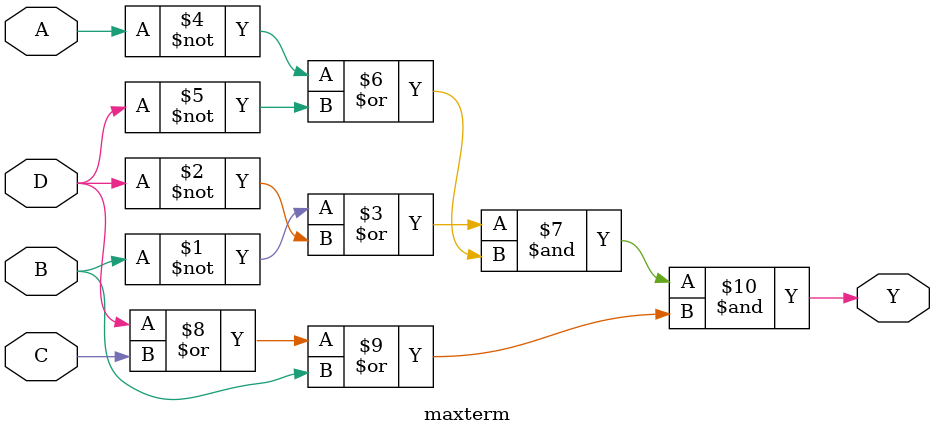
<source format=v>
module maxterm (
    input A, B, C, D,
    output Y
);

assign Y = (~B | ~D) &
           (~A | ~D) &
           (D | C | B);

endmodule

</source>
